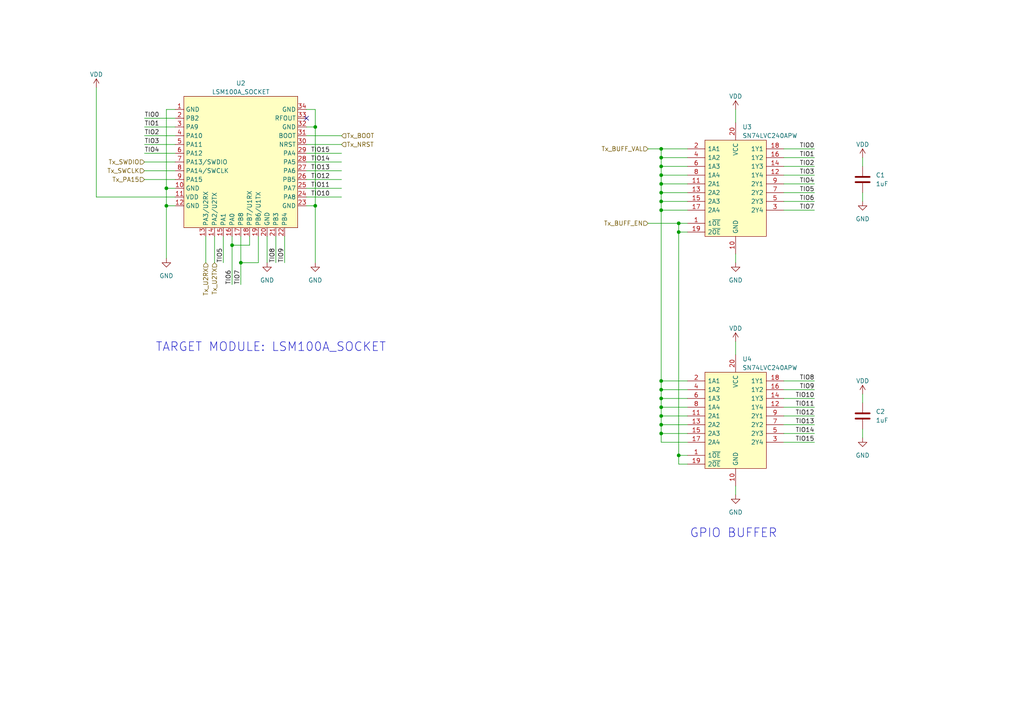
<source format=kicad_sch>
(kicad_sch (version 20230121) (generator eeschema)
  (paper "A4")
  (lib_symbols
    (symbol "Device:C" (pin_numbers hide) (pin_names (offset 0.254))
      (property "Reference" "C" (at 0.635 2.54 0))
      (property "Value" "C" (at 0.635 -2.54 0))
      (symbol "C_0_1"
        (polyline (pts (xy -2.032 -0.762) (xy 2.032 -0.762)) (stroke (width 0.508)))
        (polyline (pts (xy -2.032 0.762) (xy 2.032 0.762)) (stroke (width 0.508)))
      )
      (symbol "C_1_1"
        (pin passive line (at 0 3.81 270) (length 2.794) (name "~") (number "1"))
        (pin passive line (at 0 -3.81 90) (length 2.794) (name "~") (number "2"))
      )
    )
    (symbol "power:GND" (power) (pin_names (offset 0))
      (property "Value" "GND" (at 0 -3.81 0))
      (symbol "GND_0_1"
        (polyline (pts (xy 0 0) (xy 0 -1.27) (xy 1.27 -1.27) (xy 0 -2.54) (xy -1.27 -1.27) (xy 0 -1.27)))
      )
      (symbol "GND_1_1"
        (pin power_in line (at 0 0 270) (length 0) hide (name "GND") (number "1"))
      )
    )
    (symbol "power:VDD" (power) (pin_names (offset 0))
      (property "Value" "VDD" (at 0 3.81 0))
      (symbol "VDD_0_1"
        (polyline (pts (xy -0.762 1.27) (xy 0 2.54)))
        (polyline (pts (xy 0 0) (xy 0 2.54)))
        (polyline (pts (xy 0 2.54) (xy 0.762 1.27)))
      )
      (symbol "VDD_1_1"
        (pin power_in line (at 0 0 90) (length 0) hide (name "VDD") (number "1"))
      )
    )
    (symbol "twarelab:LSM100A_SOCKET"
      (property "Reference" "U2" (at 16.51 41.91 0))
      (property "Value" "LSM100A_SOCKET" (at 16.51 39.37 0))
      (symbol "LSM100A_SOCKET_0_1"
        (rectangle (start 0 38.1) (end 33.02 0) (fill (type background)))
      )
      (symbol "LSM100A_SOCKET_1_1"
        (pin power_in line (at -2.54 34.29 0) (length 2.54) (name "GND") (number "1"))
        (pin power_in line (at -2.54 11.43 0) (length 2.54) (name "GND") (number "10"))
        (pin power_in line (at -2.54 8.89 0) (length 2.54) (name "VDD") (number "11"))
        (pin power_in line (at -2.54 6.35 0) (length 2.54) (name "GND") (number "12"))
        (pin bidirectional line (at 6.35 -2.54 90) (length 2.54) (name "PA3/U2RX") (number "13"))
        (pin bidirectional line (at 8.89 -2.54 90) (length 2.54) (name "PA2/U2TX") (number "14"))
        (pin bidirectional line (at 11.43 -2.54 90) (length 2.54) (name "PA1") (number "15"))
        (pin bidirectional line (at 13.97 -2.54 90) (length 2.54) (name "PA0") (number "16"))
        (pin bidirectional line (at 16.51 -2.54 90) (length 2.54) (name "PB8") (number "17"))
        (pin bidirectional line (at 19.05 -2.54 90) (length 2.54) (name "PB7/U1RX") (number "18"))
        (pin bidirectional line (at 21.59 -2.54 90) (length 2.54) (name "PB6/U1TX") (number "19"))
        (pin bidirectional line (at -2.54 31.75 0) (length 2.54) (name "PB2") (number "2"))
        (pin power_in line (at 24.13 -2.54 90) (length 2.54) (name "GND") (number "20"))
        (pin bidirectional line (at 26.67 -2.54 90) (length 2.54) (name "PB3") (number "21"))
        (pin bidirectional line (at 29.21 -2.54 90) (length 2.54) (name "PB4") (number "22"))
        (pin power_out line (at 35.56 6.35 180) (length 2.54) (name "GND") (number "23"))
        (pin bidirectional line (at 35.56 8.89 180) (length 2.54) (name "PA8") (number "24"))
        (pin bidirectional line (at 35.56 11.43 180) (length 2.54) (name "PA7") (number "25"))
        (pin bidirectional line (at 35.56 13.97 180) (length 2.54) (name "PB5") (number "26"))
        (pin bidirectional line (at 35.56 16.51 180) (length 2.54) (name "PA6") (number "27"))
        (pin bidirectional line (at 35.56 19.05 180) (length 2.54) (name "PA5") (number "28"))
        (pin bidirectional line (at 35.56 21.59 180) (length 2.54) (name "PA4") (number "29"))
        (pin bidirectional line (at -2.54 29.21 0) (length 2.54) (name "PA9") (number "3"))
        (pin input line (at 35.56 24.13 180) (length 2.54) (name "NRST") (number "30"))
        (pin input line (at 35.56 26.67 180) (length 2.54) (name "BOOT") (number "31"))
        (pin power_in line (at 35.56 29.21 180) (length 2.54) (name "GND") (number "32"))
        (pin bidirectional line (at 35.56 31.75 180) (length 2.54) (name "RFOUT") (number "33"))
        (pin power_in line (at 35.56 34.29 180) (length 2.54) (name "GND") (number "34"))
        (pin bidirectional line (at -2.54 26.67 0) (length 2.54) (name "PA10") (number "4"))
        (pin bidirectional line (at -2.54 24.13 0) (length 2.54) (name "PA11") (number "5"))
        (pin bidirectional line (at -2.54 21.59 0) (length 2.54) (name "PA12") (number "6"))
        (pin bidirectional line (at -2.54 19.05 0) (length 2.54) (name "PA13/SWDIO") (number "7"))
        (pin bidirectional line (at -2.54 16.51 0) (length 2.54) (name "PA14/SWCLK") (number "8"))
        (pin bidirectional line (at -2.54 13.97 0) (length 2.54) (name "PA15") (number "9"))
      )
    )
    (symbol "twarelab:SN74LVC240APW" (pin_names (offset 0.762))
      (property "Reference" "IC" (at 24.13 7.62 0))
      (property "Value" "SN74LVC240APW" (at 24.13 5.08 0))
      (symbol "SN74LVC240APW_0_0"
        (pin passive line (at 0 -21.59 0) (length 5.08) (name "1~{OE}") (number "1"))
        (pin passive line (at 13.97 -30.48 90) (length 5.08) (name "GND") (number "10"))
        (pin passive line (at 0 -10.16 0) (length 5.08) (name "2A1") (number "11"))
        (pin passive line (at 27.94 -7.62 180) (length 5.08) (name "1Y4") (number "12"))
        (pin passive line (at 0 -12.7 0) (length 5.08) (name "2A2") (number "13"))
        (pin passive line (at 27.94 -5.08 180) (length 5.08) (name "1Y3") (number "14"))
        (pin passive line (at 0 -15.24 0) (length 5.08) (name "2A3") (number "15"))
        (pin passive line (at 27.94 -2.54 180) (length 5.08) (name "1Y2") (number "16"))
        (pin passive line (at 0 -17.78 0) (length 5.08) (name "2A4") (number "17"))
        (pin passive line (at 27.94 0 180) (length 5.08) (name "1Y1") (number "18"))
        (pin passive line (at 0 -24.13 0) (length 5.08) (name "2~{OE}") (number "19"))
        (pin passive line (at 0 0 0) (length 5.08) (name "1A1") (number "2"))
        (pin passive line (at 13.97 7.62 270) (length 5.08) (name "VCC") (number "20"))
        (pin passive line (at 27.94 -17.78 180) (length 5.08) (name "2Y4") (number "3"))
        (pin passive line (at 0 -2.54 0) (length 5.08) (name "1A2") (number "4"))
        (pin passive line (at 27.94 -15.24 180) (length 5.08) (name "2Y3") (number "5"))
        (pin passive line (at 0 -5.08 0) (length 5.08) (name "1A3") (number "6"))
        (pin passive line (at 27.94 -12.7 180) (length 5.08) (name "2Y2") (number "7"))
        (pin passive line (at 0 -7.62 0) (length 5.08) (name "1A4") (number "8"))
        (pin passive line (at 27.94 -10.16 180) (length 5.08) (name "2Y1") (number "9"))
      )
      (symbol "SN74LVC240APW_0_1"
        (polyline (pts (xy 5.08 2.54) (xy 22.86 2.54) (xy 22.86 -25.4) (xy 5.08 -25.4) (xy 5.08 2.54)) (stroke (width 0.1524)) (fill (type background)))
      )
    )
  )
  (junction (at 191.77 125.73))
  (junction (at 191.77 45.72))
  (junction (at 196.85 132.08))
  (junction (at 48.26 59.69))
  (junction (at 191.77 113.03))
  (junction (at 191.77 118.11))
  (junction (at 191.77 53.34))
  (junction (at 196.85 64.77))
  (junction (at 191.77 110.49))
  (junction (at 191.77 123.19))
  (junction (at 67.31 71.12))
  (junction (at 191.77 58.42))
  (junction (at 191.77 60.96))
  (junction (at 191.77 115.57))
  (junction (at 91.44 36.83))
  (junction (at 196.85 67.31))
  (junction (at 191.77 43.18))
  (junction (at 69.85 76.2))
  (junction (at 191.77 55.88))
  (junction (at 191.77 120.65))
  (junction (at 191.77 50.8))
  (junction (at 191.77 48.26))
  (junction (at 91.44 59.69))
  (junction (at 48.26 54.61))
  (no_connect (at 88.9 34.29))
  (wire (pts (xy 191.77 118.11) (xy 191.77 120.65)))
  (wire (pts (xy 191.77 45.72) (xy 191.77 43.18)))
  (wire (pts (xy 191.77 43.18) (xy 199.39 43.18)))
  (wire (pts (xy 88.9 54.61) (xy 99.06 54.61)))
  (wire (pts (xy 80.01 76.2) (xy 80.01 68.58)))
  (wire (pts (xy 191.77 123.19) (xy 199.39 123.19)))
  (wire (pts (xy 191.77 60.96) (xy 191.77 110.49)))
  (wire (pts (xy 236.22 120.65) (xy 227.33 120.65)))
  (wire (pts (xy 48.26 54.61) (xy 48.26 59.69)))
  (wire (pts (xy 41.91 39.37) (xy 50.8 39.37)))
  (wire (pts (xy 191.77 50.8) (xy 191.77 53.34)))
  (wire (pts (xy 41.91 34.29) (xy 50.8 34.29)))
  (wire (pts (xy 191.77 123.19) (xy 191.77 125.73)))
  (wire (pts (xy 187.96 43.18) (xy 191.77 43.18)))
  (wire (pts (xy 91.44 59.69) (xy 91.44 36.83)))
  (wire (pts (xy 48.26 31.75) (xy 50.8 31.75)))
  (wire (pts (xy 191.77 55.88) (xy 199.39 55.88)))
  (wire (pts (xy 250.19 124.46) (xy 250.19 127)))
  (wire (pts (xy 236.22 113.03) (xy 227.33 113.03)))
  (wire (pts (xy 41.91 44.45) (xy 50.8 44.45)))
  (wire (pts (xy 250.19 55.88) (xy 250.19 58.42)))
  (wire (pts (xy 62.23 76.2) (xy 62.23 68.58)))
  (wire (pts (xy 88.9 36.83) (xy 91.44 36.83)))
  (wire (pts (xy 88.9 41.91) (xy 99.06 41.91)))
  (wire (pts (xy 213.36 73.66) (xy 213.36 76.2)))
  (wire (pts (xy 213.36 31.75) (xy 213.36 35.56)))
  (wire (pts (xy 41.91 36.83) (xy 50.8 36.83)))
  (wire (pts (xy 88.9 46.99) (xy 99.06 46.99)))
  (wire (pts (xy 88.9 39.37) (xy 99.06 39.37)))
  (wire (pts (xy 236.22 110.49) (xy 227.33 110.49)))
  (wire (pts (xy 72.39 68.58) (xy 72.39 71.12)))
  (wire (pts (xy 191.77 125.73) (xy 191.77 128.27)))
  (wire (pts (xy 191.77 115.57) (xy 191.77 118.11)))
  (wire (pts (xy 236.22 128.27) (xy 227.33 128.27)))
  (wire (pts (xy 88.9 57.15) (xy 99.06 57.15)))
  (wire (pts (xy 191.77 58.42) (xy 191.77 60.96)))
  (wire (pts (xy 191.77 53.34) (xy 191.77 55.88)))
  (wire (pts (xy 67.31 71.12) (xy 67.31 82.55)))
  (wire (pts (xy 236.22 43.18) (xy 227.33 43.18)))
  (wire (pts (xy 213.36 140.97) (xy 213.36 143.51)))
  (wire (pts (xy 236.22 53.34) (xy 227.33 53.34)))
  (wire (pts (xy 191.77 53.34) (xy 199.39 53.34)))
  (wire (pts (xy 196.85 132.08) (xy 196.85 134.62)))
  (wire (pts (xy 67.31 68.58) (xy 67.31 71.12)))
  (wire (pts (xy 91.44 36.83) (xy 91.44 31.75)))
  (wire (pts (xy 48.26 54.61) (xy 50.8 54.61)))
  (wire (pts (xy 48.26 59.69) (xy 50.8 59.69)))
  (wire (pts (xy 236.22 50.8) (xy 227.33 50.8)))
  (wire (pts (xy 27.94 57.15) (xy 27.94 25.4)))
  (wire (pts (xy 82.55 76.2) (xy 82.55 68.58)))
  (wire (pts (xy 191.77 120.65) (xy 191.77 123.19)))
  (wire (pts (xy 64.77 76.2) (xy 64.77 68.58)))
  (wire (pts (xy 191.77 110.49) (xy 199.39 110.49)))
  (wire (pts (xy 236.22 123.19) (xy 227.33 123.19)))
  (wire (pts (xy 191.77 48.26) (xy 199.39 48.26)))
  (wire (pts (xy 236.22 58.42) (xy 227.33 58.42)))
  (wire (pts (xy 88.9 44.45) (xy 99.06 44.45)))
  (wire (pts (xy 191.77 118.11) (xy 199.39 118.11)))
  (wire (pts (xy 191.77 120.65) (xy 199.39 120.65)))
  (wire (pts (xy 236.22 125.73) (xy 227.33 125.73)))
  (wire (pts (xy 91.44 76.2) (xy 91.44 59.69)))
  (wire (pts (xy 191.77 128.27) (xy 199.39 128.27)))
  (wire (pts (xy 213.36 99.06) (xy 213.36 102.87)))
  (wire (pts (xy 196.85 64.77) (xy 199.39 64.77)))
  (wire (pts (xy 48.26 31.75) (xy 48.26 54.61)))
  (wire (pts (xy 77.47 68.58) (xy 77.47 76.2)))
  (wire (pts (xy 41.91 52.07) (xy 50.8 52.07)))
  (wire (pts (xy 187.96 64.77) (xy 196.85 64.77)))
  (wire (pts (xy 69.85 68.58) (xy 69.85 76.2)))
  (wire (pts (xy 27.94 57.15) (xy 50.8 57.15)))
  (wire (pts (xy 74.93 68.58) (xy 74.93 76.2)))
  (wire (pts (xy 191.77 58.42) (xy 199.39 58.42)))
  (wire (pts (xy 191.77 55.88) (xy 191.77 58.42)))
  (wire (pts (xy 250.19 45.72) (xy 250.19 48.26)))
  (wire (pts (xy 191.77 50.8) (xy 199.39 50.8)))
  (wire (pts (xy 191.77 113.03) (xy 191.77 115.57)))
  (wire (pts (xy 88.9 52.07) (xy 99.06 52.07)))
  (wire (pts (xy 236.22 115.57) (xy 227.33 115.57)))
  (wire (pts (xy 236.22 45.72) (xy 227.33 45.72)))
  (wire (pts (xy 191.77 110.49) (xy 191.77 113.03)))
  (wire (pts (xy 236.22 118.11) (xy 227.33 118.11)))
  (wire (pts (xy 191.77 115.57) (xy 199.39 115.57)))
  (wire (pts (xy 41.91 41.91) (xy 50.8 41.91)))
  (wire (pts (xy 196.85 134.62) (xy 199.39 134.62)))
  (wire (pts (xy 191.77 125.73) (xy 199.39 125.73)))
  (wire (pts (xy 236.22 60.96) (xy 227.33 60.96)))
  (wire (pts (xy 199.39 67.31) (xy 196.85 67.31)))
  (wire (pts (xy 48.26 59.69) (xy 48.26 74.93)))
  (wire (pts (xy 41.91 49.53) (xy 50.8 49.53)))
  (wire (pts (xy 41.91 46.99) (xy 50.8 46.99)))
  (wire (pts (xy 69.85 76.2) (xy 74.93 76.2)))
  (wire (pts (xy 196.85 67.31) (xy 196.85 132.08)))
  (wire (pts (xy 191.77 45.72) (xy 199.39 45.72)))
  (wire (pts (xy 191.77 48.26) (xy 191.77 45.72)))
  (wire (pts (xy 191.77 60.96) (xy 199.39 60.96)))
  (wire (pts (xy 88.9 49.53) (xy 99.06 49.53)))
  (wire (pts (xy 236.22 48.26) (xy 227.33 48.26)))
  (wire (pts (xy 191.77 113.03) (xy 199.39 113.03)))
  (wire (pts (xy 250.19 114.3) (xy 250.19 116.84)))
  (wire (pts (xy 236.22 55.88) (xy 227.33 55.88)))
  (wire (pts (xy 191.77 50.8) (xy 191.77 48.26)))
  (wire (pts (xy 199.39 132.08) (xy 196.85 132.08)))
  (wire (pts (xy 59.69 76.2) (xy 59.69 68.58)))
  (wire (pts (xy 91.44 31.75) (xy 88.9 31.75)))
  (wire (pts (xy 88.9 59.69) (xy 91.44 59.69)))
  (wire (pts (xy 67.31 71.12) (xy 72.39 71.12)))
  (wire (pts (xy 196.85 67.31) (xy 196.85 64.77)))
  (wire (pts (xy 69.85 76.2) (xy 69.85 82.55)))
  (text "GPIO BUFFER" (at 200.025 156.21 0) (effects (font (size 2.54 2.54)) (justify left bottom)))
  (text "TARGET MODULE: LSM100A_SOCKET" (at 45.085 102.235 0) (effects (font (size 2.54 2.54)) (justify left bottom)))
  (label "TIO0" (at 41.91 34.29 0))
  (label "TIO6" (at 236.22 58.42 180))
  (label "TIO1" (at 41.91 36.83 0))
  (label "TIO13" (at 90.17 49.53 0))
  (label "TIO3" (at 41.91 41.91 0))
  (label "TIO12" (at 236.22 120.65 180))
  (label "TIO7" (at 69.85 82.55 90))
  (label "TIO10" (at 236.22 115.57 180))
  (label "TIO15" (at 90.17 44.45 0))
  (label "TIO2" (at 41.91 39.37 0))
  (label "TIO11" (at 236.22 118.11 180))
  (label "TIO2" (at 236.22 48.26 180))
  (label "TIO9" (at 82.55 76.2 90))
  (label "TIO0" (at 236.22 43.18 180))
  (label "TIO13" (at 236.22 123.19 180))
  (label "TIO10" (at 90.17 57.15 0))
  (label "TIO4" (at 236.22 53.34 180))
  (label "TIO9" (at 236.22 113.03 180))
  (label "TIO12" (at 90.17 52.07 0))
  (label "TIO5" (at 236.22 55.88 180))
  (label "TIO14" (at 90.17 46.99 0))
  (label "TIO4" (at 41.91 44.45 0))
  (label "TIO1" (at 236.22 45.72 180))
  (label "TIO7" (at 236.22 60.96 180))
  (label "TIO15" (at 236.22 128.27 180))
  (label "TIO8" (at 236.22 110.49 180))
  (label "TIO6" (at 67.31 82.55 90))
  (label "TIO11" (at 90.17 54.61 0))
  (label "TIO14" (at 236.22 125.73 180))
  (label "TIO8" (at 80.01 76.2 90))
  (label "TIO3" (at 236.22 50.8 180))
  (label "TIO5" (at 64.77 76.2 90))
  (hierarchical_label "Tx_BUFF_VAL" (shape input) (at 187.96 43.18 180))
  (hierarchical_label "Tx_BUFF_EN" (shape input) (at 187.96 64.77 180))
  (hierarchical_label "Tx_PA15" (shape input) (at 41.91 52.07 180))
  (hierarchical_label "Tx_U2RX" (shape input) (at 59.69 76.2 270))
  (hierarchical_label "Tx_SWDIO" (shape input) (at 41.91 46.99 180))
  (hierarchical_label "Tx_SWCLK" (shape input) (at 41.91 49.53 180))
  (hierarchical_label "Tx_BOOT" (shape input) (at 99.06 39.37 0))
  (hierarchical_label "Tx_NRST" (shape input) (at 99.06 41.91 0))
  (hierarchical_label "Tx_U2TX" (shape input) (at 62.23 76.2 270))
  (symbol (lib_id "power:VDD") (at 213.36 31.75 0) (unit 1)
    (property "Reference" "#PWR013" (effects hide))
    (property "Value" "VDD" (at 213.36 27.94 0))
    (instances (project "fixture_module_lsm100a" (path "" (reference "#PWR013") (unit 1))) (project "fixture_module_lsm100a_socket" (path "" (reference "#PWR04") (unit 1))))
  )
  (symbol (lib_id "Device:C") (at 250.19 120.65 0) (unit 1)
    (property "Reference" "C2" (at 254 119.3799 0) (effects (justify left)))
    (property "Value" "1uF" (at 254 121.9199 0) (effects (justify left)))
    (property "Footprint" "Capacitor_SMD:C_0603_1608Metric" (effects hide))
    (instances (project "fixture_lsm100a" (path "" (reference "C2") (unit 1)) (path "" (reference "C4") (unit 1)) (path "" (reference "C6") (unit 1)) (path "" (reference "C8") (unit 1)) (path "" (reference "C10") (unit 1)) (path "" (reference "C12") (unit 1)) (path "" (reference "C14") (unit 1)) (path "" (reference "C16") (unit 1)) (path "" (reference "C18") (unit 1)) (path "" (reference "C20") (unit 1))) (project "fixture_module_lsm100a" (path "" (reference "C2") (unit 1)) (path "" (reference "C2") (unit 1))) (project "fixture_module_lsm100a_socket" (path "" (reference "C2") (unit 1))))
  )
  (symbol (lib_id "twarelab:SN74LVC240APW") (at 199.39 43.18 0) (unit 1)
    (property "Reference" "U3" (at 215.3159 36.83 0) (effects (justify left)))
    (property "Value" "SN74LVC240APW" (at 215.3159 39.37 0) (effects (justify left)))
    (property "Footprint" "tWareLab:SOP65P640X120-20N" (effects hide))
    (property "Datasheet" "http://www.ti.com/lit/ds/symlink/sn74lvc240a.pdf" (effects hide))
    (property "Description" "Buffers & Line Drivers Octal Buffer/Driver W/3-State Output" (effects hide))
    (property "Height" "1.2" (effects hide))
    (property "Manufacturer_Name" "Texas Instruments" (effects hide))
    (property "Manufacturer_Part_Number" "SN74LVC240APW" (effects hide))
    (property "Mouser Part Number" "595-SN74LVC240APW" (effects hide))
    (property "Mouser Price/Stock" "https://www.mouser.co.uk/ProductDetail/Texas-Instruments/SN74LVC240APW?qs=dT9u2OTAaVW9%252BgFHJQwc4w%3D%3D" (effects hide))
    (property "Arrow Part Number" "SN74LVC240APW" (effects hide))
    (property "Arrow Price/Stock" "https://www.arrow.com/en/products/sn74lvc240apw/texas-instruments" (effects hide))
    (instances (project "fixture_module_lsm100a" (path "" (reference "U3") (unit 1))) (project "fixture_module_lsm100a_socket" (path "" (reference "U1") (unit 1))))
  )
  (symbol (lib_id "Device:C") (at 250.19 52.07 0) (unit 1)
    (property "Reference" "C1" (at 254 50.7999 0) (effects (justify left)))
    (property "Value" "1uF" (at 254 53.3399 0) (effects (justify left)))
    (property "Footprint" "Capacitor_SMD:C_0603_1608Metric" (effects hide))
    (instances (project "fixture_lsm100a" (path "" (reference "C1") (unit 1)) (path "" (reference "C3") (unit 1)) (path "" (reference "C5") (unit 1)) (path "" (reference "C7") (unit 1)) (path "" (reference "C9") (unit 1)) (path "" (reference "C11") (unit 1)) (path "" (reference "C13") (unit 1)) (path "" (reference "C15") (unit 1)) (path "" (reference "C17") (unit 1)) (path "" (reference "C19") (unit 1))) (project "fixture_module_lsm100a" (path "" (reference "C1") (unit 1)) (path "" (reference "C1") (unit 1))) (project "fixture_module_lsm100a_socket" (path "" (reference "C1") (unit 1))))
  )
  (symbol (lib_id "power:VDD") (at 250.19 114.3 0) (unit 1)
    (property "Reference" "#PWR015" (effects hide))
    (property "Value" "VDD" (at 250.19 110.49 0))
    (instances (project "fixture_module_lsm100a" (path "" (reference "#PWR015") (unit 1))) (project "fixture_module_lsm100a_socket" (path "" (reference "#PWR012") (unit 1))))
  )
  (symbol (lib_id "power:GND") (at 77.47 76.2 0) (unit 1)
    (property "Reference" "#PWR09" (effects hide))
    (property "Value" "GND" (at 77.47 81.28 0))
    (instances (project "fixture_lsm100a" (path "" (reference "#PWR09") (unit 1)) (path "" (reference "#PWR03") (unit 1)) (path "" (reference "#PWR020") (unit 1)) (path "" (reference "#PWR029") (unit 1)) (path "" (reference "#PWR038") (unit 1)) (path "" (reference "#PWR047") (unit 1)) (path "" (reference "#PWR056") (unit 1)) (path "" (reference "#PWR065") (unit 1)) (path "" (reference "#PWR074") (unit 1)) (path "" (reference "#PWR083") (unit 1))) (project "fixture_module_lsm100a" (path "" (reference "#PWR02") (unit 1)) (path "" (reference "#PWR03") (unit 1))) (project "fixture_module_lsm100a_socket" (path "" (reference "#PWR08") (unit 1))))
  )
  (symbol (lib_id "twarelab:SN74LVC240APW") (at 199.39 110.49 0) (unit 1)
    (property "Reference" "U4" (at 215.3159 104.14 0) (effects (justify left)))
    (property "Value" "SN74LVC240APW" (at 215.3159 106.68 0) (effects (justify left)))
    (property "Footprint" "tWareLab:SOP65P640X120-20N" (effects hide))
    (property "Datasheet" "http://www.ti.com/lit/ds/symlink/sn74lvc240a.pdf" (effects hide))
    (property "Description" "Buffers & Line Drivers Octal Buffer/Driver W/3-State Output" (effects hide))
    (property "Height" "1.2" (effects hide))
    (property "Manufacturer_Name" "Texas Instruments" (effects hide))
    (property "Manufacturer_Part_Number" "SN74LVC240APW" (effects hide))
    (property "Mouser Part Number" "595-SN74LVC240APW" (effects hide))
    (property "Mouser Price/Stock" "https://www.mouser.co.uk/ProductDetail/Texas-Instruments/SN74LVC240APW?qs=dT9u2OTAaVW9%252BgFHJQwc4w%3D%3D" (effects hide))
    (property "Arrow Part Number" "SN74LVC240APW" (effects hide))
    (property "Arrow Price/Stock" "https://www.arrow.com/en/products/sn74lvc240apw/texas-instruments" (effects hide))
    (instances (project "fixture_module_lsm100a" (path "" (reference "U4") (unit 1))) (project "fixture_module_lsm100a_socket" (path "" (reference "U3") (unit 1))))
  )
  (symbol (lib_id "power:GND") (at 213.36 143.51 0) (unit 1)
    (property "Reference" "#PWR014" (effects hide))
    (property "Value" "GND" (at 213.36 148.59 0))
    (instances (project "fixture_lsm100a" (path "" (reference "#PWR014") (unit 1)) (path "" (reference "#PWR013") (unit 1)) (path "" (reference "#PWR024") (unit 1)) (path "" (reference "#PWR033") (unit 1)) (path "" (reference "#PWR042") (unit 1)) (path "" (reference "#PWR051") (unit 1)) (path "" (reference "#PWR060") (unit 1)) (path "" (reference "#PWR069") (unit 1)) (path "" (reference "#PWR078") (unit 1)) (path "" (reference "#PWR087") (unit 1))) (project "fixture_module_lsm100a" (path "" (reference "#PWR05") (unit 1)) (path "" (reference "#PWR05") (unit 1))) (project "fixture_module_lsm100a_socket" (path "" (reference "#PWR014") (unit 1))))
  )
  (symbol (lib_id "power:VDD") (at 27.94 25.4 0) (unit 1)
    (property "Reference" "#PWR08" (effects hide))
    (property "Value" "VDD" (at 27.94 21.59 0))
    (instances (project "fixture_module_lsm100a" (path "" (reference "#PWR08") (unit 1))) (project "fixture_module_lsm100a_socket" (path "" (reference "#PWR03") (unit 1))))
  )
  (symbol (lib_id "power:VDD") (at 213.36 99.06 0) (unit 1)
    (property "Reference" "#PWR016" (effects hide))
    (property "Value" "VDD" (at 213.36 95.25 0))
    (instances (project "fixture_module_lsm100a" (path "" (reference "#PWR016") (unit 1))) (project "fixture_module_lsm100a_socket" (path "" (reference "#PWR011") (unit 1))))
  )
  (symbol (lib_id "twarelab:LSM100A_SOCKET") (at 53.34 66.04 0) (unit 1)
    (property "Reference" "U2" (at 69.85 24.13 0))
    (property "Value" "LSM100A_SOCKET" (at 69.85 26.67 0))
    (property "Footprint" "tWareLab:lsm100a_socket" (effects hide))
  )
  (symbol (lib_id "power:VDD") (at 250.19 45.72 0) (unit 1)
    (property "Reference" "#PWR014" (effects hide))
    (property "Value" "VDD" (at 250.19 41.91 0))
    (instances (project "fixture_module_lsm100a" (path "" (reference "#PWR014") (unit 1))) (project "fixture_module_lsm100a_socket" (path "" (reference "#PWR05") (unit 1))))
  )
  (symbol (lib_id "power:GND") (at 213.36 76.2 0) (unit 1)
    (property "Reference" "#PWR07" (effects hide))
    (property "Value" "GND" (at 213.36 81.28 0))
    (instances (project "fixture_lsm100a" (path "" (reference "#PWR07") (unit 1)) (path "" (reference "#PWR011") (unit 1)) (path "" (reference "#PWR023") (unit 1)) (path "" (reference "#PWR032") (unit 1)) (path "" (reference "#PWR041") (unit 1)) (path "" (reference "#PWR050") (unit 1)) (path "" (reference "#PWR059") (unit 1)) (path "" (reference "#PWR068") (unit 1)) (path "" (reference "#PWR077") (unit 1)) (path "" (reference "#PWR086") (unit 1))) (project "fixture_module_lsm100a" (path "" (reference "#PWR04") (unit 1)) (path "" (reference "#PWR04") (unit 1))) (project "fixture_module_lsm100a_socket" (path "" (reference "#PWR010") (unit 1))))
  )
  (symbol (lib_id "power:GND") (at 48.26 74.93 0) (unit 1)
    (property "Reference" "#PWR08" (effects hide))
    (property "Value" "GND" (at 48.26 80.01 0))
    (instances (project "fixture_lsm100a" (path "" (reference "#PWR08") (unit 1)) (path "" (reference "#PWR01") (unit 1)) (path "" (reference "#PWR018") (unit 1)) (path "" (reference "#PWR027") (unit 1)) (path "" (reference "#PWR036") (unit 1)) (path "" (reference "#PWR045") (unit 1)) (path "" (reference "#PWR054") (unit 1)) (path "" (reference "#PWR063") (unit 1)) (path "" (reference "#PWR072") (unit 1)) (path "" (reference "#PWR081") (unit 1))) (project "fixture_module_lsm100a" (path "" (reference "#PWR01") (unit 1)) (path "" (reference "#PWR01") (unit 1))) (project "fixture_module_lsm100a_socket" (path "" (reference "#PWR07") (unit 1))))
  )
  (symbol (lib_id "power:GND") (at 250.19 127 0) (unit 1)
    (property "Reference" "#PWR012" (effects hide))
    (property "Value" "GND" (at 250.19 132.08 0))
    (instances (project "fixture_lsm100a" (path "" (reference "#PWR012") (unit 1)) (path "" (reference "#PWR017") (unit 1)) (path "" (reference "#PWR026") (unit 1)) (path "" (reference "#PWR035") (unit 1)) (path "" (reference "#PWR044") (unit 1)) (path "" (reference "#PWR053") (unit 1)) (path "" (reference "#PWR062") (unit 1)) (path "" (reference "#PWR071") (unit 1)) (path "" (reference "#PWR080") (unit 1)) (path "" (reference "#PWR089") (unit 1))) (project "fixture_module_lsm100a" (path "" (reference "#PWR07") (unit 1)) (path "" (reference "#PWR07") (unit 1))) (project "fixture_module_lsm100a_socket" (path "" (reference "#PWR013") (unit 1))))
  )
  (symbol (lib_id "power:GND") (at 91.44 76.2 0) (unit 1)
    (property "Reference" "#PWR010" (effects hide))
    (property "Value" "GND" (at 91.44 81.28 0))
    (instances (project "fixture_lsm100a" (path "" (reference "#PWR010") (unit 1)) (path "" (reference "#PWR05") (unit 1)) (path "" (reference "#PWR022") (unit 1)) (path "" (reference "#PWR031") (unit 1)) (path "" (reference "#PWR040") (unit 1)) (path "" (reference "#PWR049") (unit 1)) (path "" (reference "#PWR058") (unit 1)) (path "" (reference "#PWR067") (unit 1)) (path "" (reference "#PWR076") (unit 1)) (path "" (reference "#PWR085") (unit 1))) (project "fixture_module_lsm100a" (path "" (reference "#PWR03") (unit 1)) (path "" (reference "#PWR09") (unit 1))) (project "fixture_module_lsm100a_socket" (path "" (reference "#PWR09") (unit 1))))
  )
  (symbol (lib_id "power:GND") (at 250.19 58.42 0) (unit 1)
    (property "Reference" "#PWR06" (effects hide))
    (property "Value" "GND" (at 250.19 63.5 0))
    (instances (project "fixture_lsm100a" (path "" (reference "#PWR06") (unit 1)) (path "" (reference "#PWR016") (unit 1)) (path "" (reference "#PWR025") (unit 1)) (path "" (reference "#PWR034") (unit 1)) (path "" (reference "#PWR043") (unit 1)) (path "" (reference "#PWR052") (unit 1)) (path "" (reference "#PWR061") (unit 1)) (path "" (reference "#PWR070") (unit 1)) (path "" (reference "#PWR079") (unit 1)) (path "" (reference "#PWR088") (unit 1))) (project "fixture_module_lsm100a" (path "" (reference "#PWR06") (unit 1)) (path "" (reference "#PWR06") (unit 1))) (project "fixture_module_lsm100a_socket" (path "" (reference "#PWR06") (unit 1))))
  )
)
</source>
